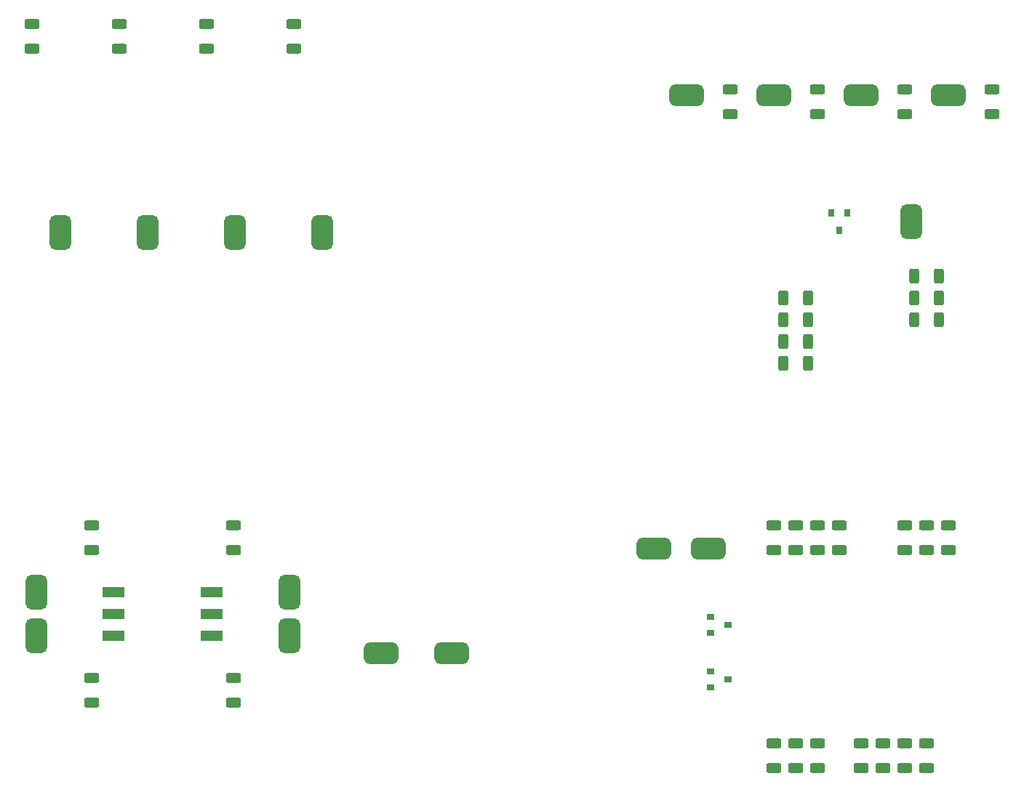
<source format=gtp>
G04 #@! TF.GenerationSoftware,KiCad,Pcbnew,(6.0.7)*
G04 #@! TF.CreationDate,2022-11-10T17:29:02-05:00*
G04 #@! TF.ProjectId,M5TC-2022-U4BN,4d355443-2d32-4303-9232-2d5534424e2e,rev?*
G04 #@! TF.SameCoordinates,Original*
G04 #@! TF.FileFunction,Paste,Top*
G04 #@! TF.FilePolarity,Positive*
%FSLAX46Y46*%
G04 Gerber Fmt 4.6, Leading zero omitted, Abs format (unit mm)*
G04 Created by KiCad (PCBNEW (6.0.7)) date 2022-11-10 17:29:02*
%MOMM*%
%LPD*%
G01*
G04 APERTURE LIST*
G04 Aperture macros list*
%AMRoundRect*
0 Rectangle with rounded corners*
0 $1 Rounding radius*
0 $2 $3 $4 $5 $6 $7 $8 $9 X,Y pos of 4 corners*
0 Add a 4 corners polygon primitive as box body*
4,1,4,$2,$3,$4,$5,$6,$7,$8,$9,$2,$3,0*
0 Add four circle primitives for the rounded corners*
1,1,$1+$1,$2,$3*
1,1,$1+$1,$4,$5*
1,1,$1+$1,$6,$7*
1,1,$1+$1,$8,$9*
0 Add four rect primitives between the rounded corners*
20,1,$1+$1,$2,$3,$4,$5,0*
20,1,$1+$1,$4,$5,$6,$7,0*
20,1,$1+$1,$6,$7,$8,$9,0*
20,1,$1+$1,$8,$9,$2,$3,0*%
G04 Aperture macros list end*
%ADD10RoundRect,0.249999X0.625001X-0.312501X0.625001X0.312501X-0.625001X0.312501X-0.625001X-0.312501X0*%
%ADD11RoundRect,0.249999X-0.625001X0.312501X-0.625001X-0.312501X0.625001X-0.312501X0.625001X0.312501X0*%
%ADD12R,0.800000X0.900000*%
%ADD13R,0.900000X0.800000*%
%ADD14RoundRect,0.249999X-0.312501X-0.625001X0.312501X-0.625001X0.312501X0.625001X-0.312501X0.625001X0*%
%ADD15RoundRect,0.249999X0.312501X0.625001X-0.312501X0.625001X-0.312501X-0.625001X0.312501X-0.625001X0*%
%ADD16RoundRect,0.624998X-1.374998X0.624999X-1.374998X-0.624999X1.374998X-0.624999X1.374998X0.624999X0*%
%ADD17RoundRect,0.624998X1.374998X-0.624999X1.374998X0.624999X-1.374998X0.624999X-1.374998X-0.624999X0*%
%ADD18RoundRect,0.624998X-0.624999X-1.374998X0.624999X-1.374998X0.624999X1.374998X-0.624999X1.374998X0*%
%ADD19RoundRect,0.624998X0.624999X1.374998X-0.624999X1.374998X-0.624999X-1.374998X0.624999X-1.374998X0*%
%ADD20R,2.600000X1.200000*%
G04 APERTURE END LIST*
D10*
X160020000Y-128462500D03*
X160020000Y-125537500D03*
X170180000Y-128462500D03*
X170180000Y-125537500D03*
X180340000Y-128462500D03*
X180340000Y-125537500D03*
X190500000Y-128462500D03*
X190500000Y-125537500D03*
D11*
X271780000Y-133157500D03*
X271780000Y-136082500D03*
X261620000Y-133157500D03*
X261620000Y-136082500D03*
X251460000Y-133157500D03*
X251460000Y-136082500D03*
X241300000Y-133157500D03*
X241300000Y-136082500D03*
D10*
X183515000Y-204662500D03*
X183515000Y-201737500D03*
D11*
X167005000Y-183957500D03*
X167005000Y-186882500D03*
D10*
X183515000Y-186882500D03*
X183515000Y-183957500D03*
X167005000Y-204662500D03*
X167005000Y-201737500D03*
D12*
X254950000Y-147590000D03*
X253050000Y-147590000D03*
X254000000Y-149590000D03*
D13*
X239030000Y-194630000D03*
X239030000Y-196530000D03*
X241030000Y-195580000D03*
X239030000Y-200980000D03*
X239030000Y-202880000D03*
X241030000Y-201930000D03*
D14*
X262697500Y-154940000D03*
X265622500Y-154940000D03*
X262697500Y-157480000D03*
X265622500Y-157480000D03*
X262697500Y-160020000D03*
X265622500Y-160020000D03*
D15*
X250382500Y-165100000D03*
X247457500Y-165100000D03*
X250382500Y-162560000D03*
X247457500Y-162560000D03*
X250382500Y-157480000D03*
X247457500Y-157480000D03*
X250382500Y-160020000D03*
X247457500Y-160020000D03*
D10*
X251460000Y-186882500D03*
X251460000Y-183957500D03*
X254000000Y-186882500D03*
X254000000Y-183957500D03*
D11*
X251460000Y-209357500D03*
X251460000Y-212282500D03*
X248920000Y-209357500D03*
X248920000Y-212282500D03*
X246380000Y-209357500D03*
X246380000Y-212282500D03*
D10*
X246380000Y-186882500D03*
X246380000Y-183957500D03*
X248920000Y-186882500D03*
X248920000Y-183957500D03*
D11*
X264160000Y-183957500D03*
X264160000Y-186882500D03*
X266700000Y-183957500D03*
X266700000Y-186882500D03*
D10*
X264160000Y-212282500D03*
X264160000Y-209357500D03*
X259080000Y-212282500D03*
X259080000Y-209357500D03*
X256540000Y-212282500D03*
X256540000Y-209357500D03*
D11*
X261620000Y-183957500D03*
X261620000Y-186882500D03*
D10*
X261620000Y-212282500D03*
X261620000Y-209357500D03*
D16*
X208915000Y-198882000D03*
X200660000Y-198882000D03*
D17*
X266700000Y-133858000D03*
X256540000Y-133858000D03*
X246380000Y-133858000D03*
X236220000Y-133858000D03*
D18*
X262382000Y-148590000D03*
D17*
X238760000Y-186690000D03*
X232410000Y-186690000D03*
D18*
X193802000Y-149860000D03*
X183642000Y-149860000D03*
X173482000Y-149860000D03*
X163322000Y-149860000D03*
X189992000Y-196850000D03*
D19*
X160528000Y-191770000D03*
D18*
X189992000Y-191770000D03*
D19*
X160528000Y-196850000D03*
D20*
X180975000Y-196810000D03*
X169545000Y-191730000D03*
X180975000Y-191730000D03*
X169545000Y-196810000D03*
X169545000Y-194270000D03*
X180975000Y-194270000D03*
M02*

</source>
